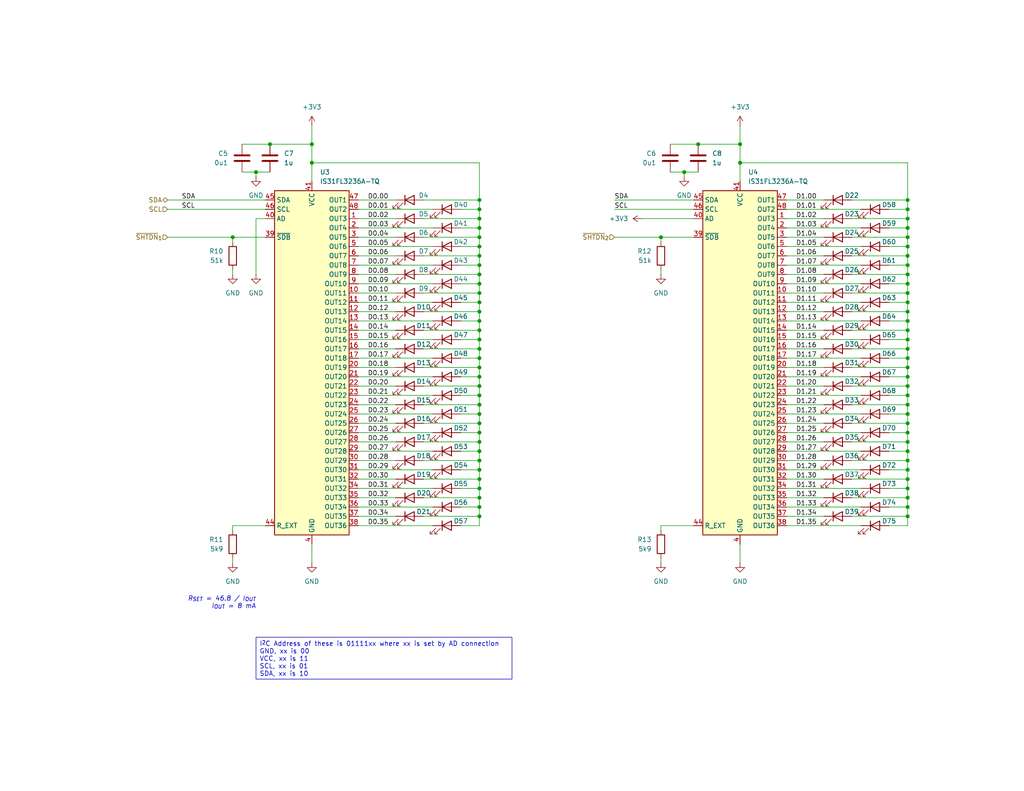
<source format=kicad_sch>
(kicad_sch (version 20231120) (generator "eeschema") (generator_version "8.0")
  (paper "USLetter")
  (title_block (title "White LED Driving") (date "2024-02-19") (rev "0.2") (company "Savo Bajic"))
  (lib_symbols
    (symbol "Device:C" (pin_numbers hide) (pin_names (offset 0.254))
      (property "Reference" "C" (at 0.635 2.54 0))
      (property "Value" "C" (at 0.635 -2.54 0))
      (symbol "C_0_1"
        (polyline (pts (xy -2.032 -0.762) (xy 2.032 -0.762)) (stroke (width 0.508)))
        (polyline (pts (xy -2.032 0.762) (xy 2.032 0.762)) (stroke (width 0.508)))
      )
      (symbol "C_1_1"
        (pin passive line (at 0 3.81 270) (length 2.794) (name "~") (number "1"))
        (pin passive line (at 0 -3.81 90) (length 2.794) (name "~") (number "2"))
      )
    )
    (symbol "Device:LED" (pin_numbers hide) (pin_names (offset 1.016) hide)
      (property "Reference" "D" (at 0 2.54 0))
      (property "Value" "LED" (at 0 -2.54 0))
      (symbol "LED_0_1"
        (polyline (pts (xy -1.27 -1.27) (xy -1.27 1.27)) (stroke (width 0.254)))
        (polyline (pts (xy -1.27 0) (xy 1.27 0)))
        (polyline (pts (xy 1.27 -1.27) (xy 1.27 1.27) (xy -1.27 0) (xy 1.27 -1.27)) (stroke (width 0.254)))
        (polyline (pts (xy -3.048 -0.762) (xy -4.572 -2.286) (xy -3.81 -2.286) (xy -4.572 -2.286) (xy -4.572 -1.524)))
        (polyline (pts (xy -1.778 -0.762) (xy -3.302 -2.286) (xy -2.54 -2.286) (xy -3.302 -2.286) (xy -3.302 -1.524)))
      )
      (symbol "LED_1_1"
        (pin passive line (at -3.81 0 0) (length 2.54) (name "K") (number "1"))
        (pin passive line (at 3.81 0 180) (length 2.54) (name "A") (number "2"))
      )
    )
    (symbol "Device:R" (pin_numbers hide) (pin_names (offset 0))
      (property "Reference" "R" (at 2.032 0 90))
      (property "Value" "R" (at 0 0 90))
      (symbol "R_0_1"
        (rectangle (start -1.016 -2.54) (end 1.016 2.54) (stroke (width 0.254)))
      )
      (symbol "R_1_1"
        (pin passive line (at 0 3.81 270) (length 1.27) (name "~") (number "1"))
        (pin passive line (at 0 -3.81 90) (length 1.27) (name "~") (number "2"))
      )
    )
    (symbol "Driver_LED:IS31FL3236-TQ"
      (property "Reference" "U" (at -8.89 46.99 0))
      (property "Value" "IS31FL3236-TQ" (at 10.16 46.99 0))
      (symbol "IS31FL3236-TQ_0_1"
        (rectangle (start -10.16 45.72) (end 10.16 -48.26) (stroke (width 0.254)) (fill (type background)))
      )
      (symbol "IS31FL3236-TQ_1_1"
        (pin output line (at 12.7 38.1 180) (length 2.54) (name "OUT3") (number "1"))
        (pin output line (at 12.7 17.78 180) (length 2.54) (name "OUT11") (number "10"))
        (pin output line (at 12.7 15.24 180) (length 2.54) (name "OUT12") (number "11"))
        (pin output line (at 12.7 12.7 180) (length 2.54) (name "OUT13") (number "12"))
        (pin output line (at 12.7 10.16 180) (length 2.54) (name "OUT14") (number "13"))
        (pin output line (at 12.7 7.62 180) (length 2.54) (name "OUT15") (number "14"))
        (pin output line (at 12.7 5.08 180) (length 2.54) (name "OUT16") (number "15"))
        (pin output line (at 12.7 2.54 180) (length 2.54) (name "OUT17") (number "16"))
        (pin output line (at 12.7 0 180) (length 2.54) (name "OUT18") (number "17"))
        (pin passive line (at 0 -50.8 90) (length 2.54) hide (name "GND") (number "18"))
        (pin passive line (at 0 -50.8 90) (length 2.54) hide (name "GND") (number "19"))
        (pin output line (at 12.7 35.56 180) (length 2.54) (name "OUT4") (number "2"))
        (pin output line (at 12.7 -2.54 180) (length 2.54) (name "OUT19") (number "20"))
        (pin output line (at 12.7 -5.08 180) (length 2.54) (name "OUT20") (number "21"))
        (pin output line (at 12.7 -7.62 180) (length 2.54) (name "OUT21") (number "22"))
        (pin output line (at 12.7 -10.16 180) (length 2.54) (name "OUT22") (number "23"))
        (pin output line (at 12.7 -12.7 180) (length 2.54) (name "OUT23") (number "24"))
        (pin output line (at 12.7 -15.24 180) (length 2.54) (name "OUT24") (number "25"))
        (pin output line (at 12.7 -17.78 180) (length 2.54) (name "OUT25") (number "26"))
        (pin output line (at 12.7 -20.32 180) (length 2.54) (name "OUT26") (number "27"))
        (pin output line (at 12.7 -22.86 180) (length 2.54) (name "OUT27") (number "28"))
        (pin output line (at 12.7 -25.4 180) (length 2.54) (name "OUT28") (number "29"))
        (pin output line (at 12.7 33.02 180) (length 2.54) (name "OUT5") (number "3"))
        (pin output line (at 12.7 -27.94 180) (length 2.54) (name "OUT29") (number "30"))
        (pin output line (at 12.7 -30.48 180) (length 2.54) (name "OUT30") (number "31"))
        (pin output line (at 12.7 -33.02 180) (length 2.54) (name "OUT31") (number "32"))
        (pin passive line (at 0 -50.8 90) (length 2.54) hide (name "GND") (number "33"))
        (pin output line (at 12.7 -35.56 180) (length 2.54) (name "OUT32") (number "34"))
        (pin output line (at 12.7 -38.1 180) (length 2.54) (name "OUT33") (number "35"))
        (pin output line (at 12.7 -40.64 180) (length 2.54) (name "OUT34") (number "36"))
        (pin output line (at 12.7 -43.18 180) (length 2.54) (name "OUT35") (number "37"))
        (pin output line (at 12.7 -45.72 180) (length 2.54) (name "OUT36") (number "38"))
        (pin input line (at -12.7 33.02 0) (length 2.54) (name "~{SDB}") (number "39"))
        (pin power_in line (at 0 -50.8 90) (length 2.54) (name "GND") (number "4"))
        (pin input line (at -12.7 38.1 0) (length 2.54) (name "AD") (number "40"))
        (pin power_in line (at 0 48.26 270) (length 2.54) (name "VCC") (number "41"))
        (pin passive line (at 0 -50.8 90) (length 2.54) hide (name "GND") (number "42"))
        (pin passive line (at 0 -50.8 90) (length 2.54) hide (name "GND") (number "43"))
        (pin passive line (at -12.7 -45.72 0) (length 2.54) (name "R_EXT") (number "44"))
        (pin open_collector line (at -12.7 43.18 0) (length 2.54) (name "SDA") (number "45"))
        (pin input line (at -12.7 40.64 0) (length 2.54) (name "SCL") (number "46"))
        (pin output line (at 12.7 43.18 180) (length 2.54) (name "OUT1") (number "47"))
        (pin output line (at 12.7 40.64 180) (length 2.54) (name "OUT2") (number "48"))
        (pin passive line (at 0 -50.8 90) (length 2.54) hide (name "GND") (number "49"))
        (pin output line (at 12.7 30.48 180) (length 2.54) (name "OUT6") (number "5"))
        (pin output line (at 12.7 27.94 180) (length 2.54) (name "OUT7") (number "6"))
        (pin output line (at 12.7 25.4 180) (length 2.54) (name "OUT8") (number "7"))
        (pin output line (at 12.7 22.86 180) (length 2.54) (name "OUT9") (number "8"))
        (pin output line (at 12.7 20.32 180) (length 2.54) (name "OUT10") (number "9"))
      )
    )
    (symbol "power:+3V3" (power) (pin_numbers hide) (pin_names (offset 0) hide)
      (property "Value" "+3V3" (at 0 3.556 0))
      (symbol "+3V3_0_1"
        (polyline (pts (xy -0.762 1.27) (xy 0 2.54)))
        (polyline (pts (xy 0 0) (xy 0 2.54)))
        (polyline (pts (xy 0 2.54) (xy 0.762 1.27)))
      )
      (symbol "+3V3_1_1"
        (pin power_in line (at 0 0 90) (length 0) (name "~") (number "1"))
      )
    )
    (symbol "power:GND" (power) (pin_numbers hide) (pin_names (offset 0) hide)
      (property "Value" "GND" (at 0 -3.81 0))
      (symbol "GND_0_1"
        (polyline (pts (xy 0 0) (xy 0 -1.27) (xy 1.27 -1.27) (xy 0 -2.54) (xy -1.27 -1.27) (xy 0 -1.27)))
      )
      (symbol "GND_1_1"
        (pin power_in line (at 0 0 270) (length 0) (name "~") (number "1"))
      )
    )
  )
  (junction (at 130.81 69.85))
  (junction (at 247.65 102.87))
  (junction (at 130.81 133.35))
  (junction (at 130.81 54.61))
  (junction (at 130.81 125.73))
  (junction (at 190.5 39.37))
  (junction (at 247.65 140.97))
  (junction (at 201.93 44.45))
  (junction (at 130.81 97.79))
  (junction (at 247.65 54.61))
  (junction (at 247.65 62.23))
  (junction (at 247.65 100.33))
  (junction (at 69.85 46.99))
  (junction (at 247.65 72.39))
  (junction (at 130.81 120.65))
  (junction (at 247.65 97.79))
  (junction (at 247.65 123.19))
  (junction (at 85.09 44.45))
  (junction (at 247.65 138.43))
  (junction (at 247.65 74.93))
  (junction (at 73.66 39.37))
  (junction (at 130.81 107.95))
  (junction (at 247.65 69.85))
  (junction (at 180.34 64.77))
  (junction (at 130.81 82.55))
  (junction (at 247.65 67.31))
  (junction (at 201.93 39.37))
  (junction (at 85.09 39.37))
  (junction (at 247.65 125.73))
  (junction (at 247.65 95.25))
  (junction (at 130.81 113.03))
  (junction (at 130.81 95.25))
  (junction (at 247.65 128.27))
  (junction (at 247.65 57.15))
  (junction (at 247.65 59.69))
  (junction (at 130.81 110.49))
  (junction (at 130.81 87.63))
  (junction (at 247.65 85.09))
  (junction (at 130.81 92.71))
  (junction (at 130.81 138.43))
  (junction (at 130.81 85.09))
  (junction (at 63.5 64.77))
  (junction (at 247.65 110.49))
  (junction (at 247.65 113.03))
  (junction (at 247.65 80.01))
  (junction (at 130.81 59.69))
  (junction (at 247.65 130.81))
  (junction (at 247.65 115.57))
  (junction (at 130.81 64.77))
  (junction (at 130.81 67.31))
  (junction (at 130.81 102.87))
  (junction (at 130.81 72.39))
  (junction (at 247.65 118.11))
  (junction (at 130.81 100.33))
  (junction (at 130.81 105.41))
  (junction (at 130.81 140.97))
  (junction (at 247.65 105.41))
  (junction (at 130.81 118.11))
  (junction (at 247.65 107.95))
  (junction (at 130.81 130.81))
  (junction (at 130.81 74.93))
  (junction (at 247.65 120.65))
  (junction (at 130.81 80.01))
  (junction (at 130.81 57.15))
  (junction (at 247.65 92.71))
  (junction (at 247.65 87.63))
  (junction (at 186.69 46.99))
  (junction (at 130.81 62.23))
  (junction (at 130.81 77.47))
  (junction (at 247.65 135.89))
  (junction (at 130.81 123.19))
  (junction (at 130.81 135.89))
  (junction (at 130.81 128.27))
  (junction (at 130.81 115.57))
  (junction (at 247.65 82.55))
  (junction (at 247.65 90.17))
  (junction (at 130.81 90.17))
  (junction (at 247.65 64.77))
  (junction (at 247.65 133.35))
  (junction (at 247.65 77.47))
  (wire (pts (xy 130.81 125.73) (xy 130.81 128.27)))
  (wire (pts (xy 130.81 133.35) (xy 130.81 135.89)))
  (wire (pts (xy 247.65 110.49) (xy 247.65 113.03)))
  (wire (pts (xy 247.65 118.11) (xy 247.65 120.65)))
  (wire (pts (xy 125.73 118.11) (xy 130.81 118.11)))
  (wire (pts (xy 247.65 113.03) (xy 247.65 115.57)))
  (wire (pts (xy 125.73 123.19) (xy 130.81 123.19)))
  (wire (pts (xy 247.65 130.81) (xy 232.41 130.81)))
  (wire (pts (xy 125.73 92.71) (xy 130.81 92.71)))
  (wire (pts (xy 125.73 87.63) (xy 130.81 87.63)))
  (wire (pts (xy 130.81 135.89) (xy 130.81 138.43)))
  (wire (pts (xy 214.63 64.77) (xy 224.79 64.77)))
  (wire (pts (xy 97.79 113.03) (xy 118.11 113.03)))
  (wire (pts (xy 130.81 62.23) (xy 130.81 64.77)))
  (wire (pts (xy 130.81 140.97) (xy 130.81 143.51)))
  (wire (pts (xy 214.63 110.49) (xy 224.79 110.49)))
  (wire (pts (xy 97.79 120.65) (xy 107.95 120.65)))
  (wire (pts (xy 130.81 59.69) (xy 130.81 62.23)))
  (wire (pts (xy 130.81 113.03) (xy 130.81 115.57)))
  (wire (pts (xy 214.63 115.57) (xy 224.79 115.57)))
  (wire (pts (xy 247.65 54.61) (xy 232.41 54.61)))
  (wire (pts (xy 247.65 90.17) (xy 247.65 92.71)))
  (wire (pts (xy 130.81 57.15) (xy 130.81 59.69)))
  (wire (pts (xy 130.81 110.49) (xy 115.57 110.49)))
  (wire (pts (xy 125.73 62.23) (xy 130.81 62.23)))
  (wire (pts (xy 242.57 123.19) (xy 247.65 123.19)))
  (wire (pts (xy 247.65 54.61) (xy 247.65 57.15)))
  (wire (pts (xy 242.57 128.27) (xy 247.65 128.27)))
  (wire (pts (xy 214.63 143.51) (xy 234.95 143.51)))
  (wire (pts (xy 214.63 59.69) (xy 224.79 59.69)))
  (wire (pts (xy 125.73 143.51) (xy 130.81 143.51)))
  (wire (pts (xy 242.57 118.11) (xy 247.65 118.11)))
  (wire (pts (xy 97.79 62.23) (xy 118.11 62.23)))
  (wire (pts (xy 130.81 87.63) (xy 130.81 90.17)))
  (wire (pts (xy 247.65 77.47) (xy 247.65 80.01)))
  (wire (pts (xy 130.81 72.39) (xy 130.81 74.93)))
  (wire (pts (xy 247.65 128.27) (xy 247.65 130.81)))
  (wire (pts (xy 247.65 140.97) (xy 232.41 140.97)))
  (wire (pts (xy 45.72 54.61) (xy 72.39 54.61)))
  (wire (pts (xy 242.57 113.03) (xy 247.65 113.03)))
  (wire (pts (xy 247.65 105.41) (xy 247.65 107.95)))
  (wire (pts (xy 214.63 90.17) (xy 224.79 90.17)))
  (wire (pts (xy 130.81 85.09) (xy 115.57 85.09)))
  (wire (pts (xy 247.65 44.45) (xy 201.93 44.45)))
  (wire (pts (xy 247.65 85.09) (xy 232.41 85.09)))
  (wire (pts (xy 130.81 100.33) (xy 130.81 102.87)))
  (wire (pts (xy 66.04 39.37) (xy 73.66 39.37)))
  (wire (pts (xy 180.34 143.51) (xy 189.23 143.51)))
  (wire (pts (xy 97.79 135.89) (xy 107.95 135.89)))
  (wire (pts (xy 73.66 39.37) (xy 85.09 39.37)))
  (wire (pts (xy 45.72 64.77) (xy 63.5 64.77)))
  (wire (pts (xy 186.69 46.99) (xy 186.69 48.26)))
  (wire (pts (xy 214.63 138.43) (xy 234.95 138.43)))
  (wire (pts (xy 247.65 59.69) (xy 232.41 59.69)))
  (wire (pts (xy 125.73 97.79) (xy 130.81 97.79)))
  (wire (pts (xy 247.65 59.69) (xy 247.65 62.23)))
  (wire (pts (xy 97.79 90.17) (xy 107.95 90.17)))
  (wire (pts (xy 182.88 46.99) (xy 186.69 46.99)))
  (wire (pts (xy 85.09 34.29) (xy 85.09 39.37)))
  (wire (pts (xy 130.81 120.65) (xy 115.57 120.65)))
  (wire (pts (xy 247.65 57.15) (xy 247.65 59.69)))
  (wire (pts (xy 247.65 125.73) (xy 247.65 128.27)))
  (wire (pts (xy 97.79 123.19) (xy 118.11 123.19)))
  (wire (pts (xy 97.79 140.97) (xy 107.95 140.97)))
  (wire (pts (xy 125.73 57.15) (xy 130.81 57.15)))
  (wire (pts (xy 247.65 130.81) (xy 247.65 133.35)))
  (wire (pts (xy 130.81 118.11) (xy 130.81 120.65)))
  (wire (pts (xy 130.81 69.85) (xy 130.81 72.39)))
  (wire (pts (xy 214.63 77.47) (xy 234.95 77.47)))
  (wire (pts (xy 167.64 57.15) (xy 189.23 57.15)))
  (wire (pts (xy 214.63 120.65) (xy 224.79 120.65)))
  (wire (pts (xy 247.65 44.45) (xy 247.65 54.61)))
  (wire (pts (xy 130.81 74.93) (xy 115.57 74.93)))
  (wire (pts (xy 97.79 64.77) (xy 107.95 64.77)))
  (wire (pts (xy 214.63 105.41) (xy 224.79 105.41)))
  (wire (pts (xy 214.63 95.25) (xy 224.79 95.25)))
  (wire (pts (xy 247.65 115.57) (xy 247.65 118.11)))
  (wire (pts (xy 180.34 152.4) (xy 180.34 153.67)))
  (wire (pts (xy 214.63 72.39) (xy 234.95 72.39)))
  (wire (pts (xy 130.81 125.73) (xy 115.57 125.73)))
  (wire (pts (xy 242.57 57.15) (xy 247.65 57.15)))
  (wire (pts (xy 85.09 44.45) (xy 85.09 49.53)))
  (wire (pts (xy 180.34 73.66) (xy 180.34 74.93)))
  (wire (pts (xy 130.81 64.77) (xy 115.57 64.77)))
  (wire (pts (xy 242.57 97.79) (xy 247.65 97.79)))
  (wire (pts (xy 97.79 77.47) (xy 118.11 77.47)))
  (wire (pts (xy 130.81 44.45) (xy 130.81 54.61)))
  (wire (pts (xy 130.81 80.01) (xy 115.57 80.01)))
  (wire (pts (xy 214.63 130.81) (xy 224.79 130.81)))
  (wire (pts (xy 201.93 148.59) (xy 201.93 153.67)))
  (wire (pts (xy 247.65 90.17) (xy 232.41 90.17)))
  (wire (pts (xy 247.65 120.65) (xy 232.41 120.65)))
  (wire (pts (xy 130.81 85.09) (xy 130.81 87.63)))
  (wire (pts (xy 85.09 39.37) (xy 85.09 44.45)))
  (wire (pts (xy 214.63 67.31) (xy 234.95 67.31)))
  (wire (pts (xy 130.81 54.61) (xy 130.81 57.15)))
  (wire (pts (xy 214.63 85.09) (xy 224.79 85.09)))
  (wire (pts (xy 97.79 54.61) (xy 107.95 54.61)))
  (wire (pts (xy 214.63 107.95) (xy 234.95 107.95)))
  (wire (pts (xy 242.57 138.43) (xy 247.65 138.43)))
  (wire (pts (xy 97.79 105.41) (xy 107.95 105.41)))
  (wire (pts (xy 125.73 128.27) (xy 130.81 128.27)))
  (wire (pts (xy 247.65 138.43) (xy 247.65 140.97)))
  (wire (pts (xy 214.63 102.87) (xy 234.95 102.87)))
  (wire (pts (xy 201.93 34.29) (xy 201.93 39.37)))
  (wire (pts (xy 247.65 115.57) (xy 232.41 115.57)))
  (wire (pts (xy 242.57 62.23) (xy 247.65 62.23)))
  (wire (pts (xy 247.65 64.77) (xy 232.41 64.77)))
  (wire (pts (xy 247.65 133.35) (xy 247.65 135.89)))
  (wire (pts (xy 97.79 87.63) (xy 118.11 87.63)))
  (wire (pts (xy 180.34 64.77) (xy 189.23 64.77)))
  (wire (pts (xy 214.63 74.93) (xy 224.79 74.93)))
  (wire (pts (xy 130.81 54.61) (xy 115.57 54.61)))
  (wire (pts (xy 97.79 102.87) (xy 118.11 102.87)))
  (wire (pts (xy 97.79 110.49) (xy 107.95 110.49)))
  (wire (pts (xy 97.79 57.15) (xy 118.11 57.15)))
  (wire (pts (xy 214.63 113.03) (xy 234.95 113.03)))
  (wire (pts (xy 97.79 85.09) (xy 107.95 85.09)))
  (wire (pts (xy 247.65 107.95) (xy 247.65 110.49)))
  (wire (pts (xy 214.63 57.15) (xy 234.95 57.15)))
  (wire (pts (xy 242.57 72.39) (xy 247.65 72.39)))
  (wire (pts (xy 72.39 59.69) (xy 69.85 59.69)))
  (wire (pts (xy 247.65 100.33) (xy 232.41 100.33)))
  (wire (pts (xy 130.81 128.27) (xy 130.81 130.81)))
  (wire (pts (xy 247.65 100.33) (xy 247.65 102.87)))
  (wire (pts (xy 214.63 87.63) (xy 234.95 87.63)))
  (wire (pts (xy 130.81 77.47) (xy 130.81 80.01)))
  (wire (pts (xy 214.63 97.79) (xy 234.95 97.79)))
  (wire (pts (xy 130.81 59.69) (xy 115.57 59.69)))
  (wire (pts (xy 130.81 92.71) (xy 130.81 95.25)))
  (wire (pts (xy 214.63 125.73) (xy 224.79 125.73)))
  (wire (pts (xy 97.79 80.01) (xy 107.95 80.01)))
  (wire (pts (xy 242.57 67.31) (xy 247.65 67.31)))
  (wire (pts (xy 130.81 135.89) (xy 115.57 135.89)))
  (wire (pts (xy 66.04 46.99) (xy 69.85 46.99)))
  (wire (pts (xy 242.57 92.71) (xy 247.65 92.71)))
  (wire (pts (xy 97.79 118.11) (xy 118.11 118.11)))
  (wire (pts (xy 130.81 105.41) (xy 130.81 107.95)))
  (wire (pts (xy 45.72 57.15) (xy 72.39 57.15)))
  (wire (pts (xy 247.65 82.55) (xy 247.65 85.09)))
  (wire (pts (xy 214.63 135.89) (xy 224.79 135.89)))
  (wire (pts (xy 242.57 143.51) (xy 247.65 143.51)))
  (wire (pts (xy 130.81 107.95) (xy 130.81 110.49)))
  (wire (pts (xy 247.65 110.49) (xy 232.41 110.49)))
  (wire (pts (xy 63.5 64.77) (xy 63.5 66.04)))
  (wire (pts (xy 242.57 133.35) (xy 247.65 133.35)))
  (wire (pts (xy 97.79 72.39) (xy 118.11 72.39)))
  (wire (pts (xy 130.81 138.43) (xy 130.81 140.97)))
  (wire (pts (xy 125.73 138.43) (xy 130.81 138.43)))
  (wire (pts (xy 130.81 64.77) (xy 130.81 67.31)))
  (wire (pts (xy 242.57 87.63) (xy 247.65 87.63)))
  (wire (pts (xy 242.57 77.47) (xy 247.65 77.47)))
  (wire (pts (xy 247.65 85.09) (xy 247.65 87.63)))
  (wire (pts (xy 214.63 80.01) (xy 224.79 80.01)))
  (wire (pts (xy 247.65 80.01) (xy 247.65 82.55)))
  (wire (pts (xy 69.85 46.99) (xy 73.66 46.99)))
  (wire (pts (xy 130.81 105.41) (xy 115.57 105.41)))
  (wire (pts (xy 130.81 80.01) (xy 130.81 82.55)))
  (wire (pts (xy 125.73 72.39) (xy 130.81 72.39)))
  (wire (pts (xy 247.65 92.71) (xy 247.65 95.25)))
  (wire (pts (xy 186.69 46.99) (xy 190.5 46.99)))
  (wire (pts (xy 130.81 44.45) (xy 85.09 44.45)))
  (wire (pts (xy 247.65 80.01) (xy 232.41 80.01)))
  (wire (pts (xy 125.73 102.87) (xy 130.81 102.87)))
  (wire (pts (xy 214.63 69.85) (xy 224.79 69.85)))
  (wire (pts (xy 214.63 123.19) (xy 234.95 123.19)))
  (wire (pts (xy 167.64 64.77) (xy 180.34 64.77)))
  (wire (pts (xy 247.65 74.93) (xy 247.65 77.47)))
  (wire (pts (xy 97.79 143.51) (xy 118.11 143.51)))
  (wire (pts (xy 97.79 95.25) (xy 107.95 95.25)))
  (wire (pts (xy 247.65 95.25) (xy 247.65 97.79)))
  (wire (pts (xy 97.79 74.93) (xy 107.95 74.93)))
  (wire (pts (xy 130.81 82.55) (xy 130.81 85.09)))
  (wire (pts (xy 130.81 115.57) (xy 115.57 115.57)))
  (wire (pts (xy 180.34 64.77) (xy 180.34 66.04)))
  (wire (pts (xy 182.88 39.37) (xy 190.5 39.37)))
  (wire (pts (xy 247.65 67.31) (xy 247.65 69.85)))
  (wire (pts (xy 63.5 73.66) (xy 63.5 74.93)))
  (wire (pts (xy 97.79 92.71) (xy 118.11 92.71)))
  (wire (pts (xy 130.81 90.17) (xy 115.57 90.17)))
  (wire (pts (xy 214.63 118.11) (xy 234.95 118.11)))
  (wire (pts (xy 97.79 130.81) (xy 107.95 130.81)))
  (wire (pts (xy 247.65 135.89) (xy 232.41 135.89)))
  (wire (pts (xy 69.85 46.99) (xy 69.85 48.26)))
  (wire (pts (xy 125.73 67.31) (xy 130.81 67.31)))
  (wire (pts (xy 125.73 133.35) (xy 130.81 133.35)))
  (wire (pts (xy 130.81 97.79) (xy 130.81 100.33)))
  (wire (pts (xy 130.81 74.93) (xy 130.81 77.47)))
  (wire (pts (xy 130.81 95.25) (xy 130.81 97.79)))
  (wire (pts (xy 247.65 72.39) (xy 247.65 74.93)))
  (wire (pts (xy 247.65 140.97) (xy 247.65 143.51)))
  (wire (pts (xy 130.81 102.87) (xy 130.81 105.41)))
  (wire (pts (xy 130.81 115.57) (xy 130.81 118.11)))
  (wire (pts (xy 97.79 115.57) (xy 107.95 115.57)))
  (wire (pts (xy 214.63 100.33) (xy 224.79 100.33)))
  (wire (pts (xy 97.79 67.31) (xy 118.11 67.31)))
  (wire (pts (xy 180.34 144.78) (xy 180.34 143.51)))
  (wire (pts (xy 97.79 59.69) (xy 107.95 59.69)))
  (wire (pts (xy 247.65 102.87) (xy 247.65 105.41)))
  (wire (pts (xy 97.79 82.55) (xy 118.11 82.55)))
  (wire (pts (xy 85.09 148.59) (xy 85.09 153.67)))
  (wire (pts (xy 214.63 92.71) (xy 234.95 92.71)))
  (wire (pts (xy 97.79 100.33) (xy 107.95 100.33)))
  (wire (pts (xy 167.64 54.61) (xy 189.23 54.61)))
  (wire (pts (xy 247.65 97.79) (xy 247.65 100.33)))
  (wire (pts (xy 242.57 82.55) (xy 247.65 82.55)))
  (wire (pts (xy 130.81 140.97) (xy 115.57 140.97)))
  (wire (pts (xy 247.65 87.63) (xy 247.65 90.17)))
  (wire (pts (xy 247.65 135.89) (xy 247.65 138.43)))
  (wire (pts (xy 247.65 125.73) (xy 232.41 125.73)))
  (wire (pts (xy 130.81 123.19) (xy 130.81 125.73)))
  (wire (pts (xy 247.65 105.41) (xy 232.41 105.41)))
  (wire (pts (xy 214.63 133.35) (xy 234.95 133.35)))
  (wire (pts (xy 201.93 44.45) (xy 201.93 49.53)))
  (wire (pts (xy 242.57 107.95) (xy 247.65 107.95)))
  (wire (pts (xy 130.81 67.31) (xy 130.81 69.85)))
  (wire (pts (xy 130.81 90.17) (xy 130.81 92.71)))
  (wire (pts (xy 130.81 69.85) (xy 115.57 69.85)))
  (wire (pts (xy 214.63 82.55) (xy 234.95 82.55)))
  (wire (pts (xy 97.79 97.79) (xy 118.11 97.79)))
  (wire (pts (xy 97.79 107.95) (xy 118.11 107.95)))
  (wire (pts (xy 247.65 120.65) (xy 247.65 123.19)))
  (wire (pts (xy 97.79 128.27) (xy 118.11 128.27)))
  (wire (pts (xy 97.79 138.43) (xy 118.11 138.43)))
  (wire (pts (xy 63.5 143.51) (xy 72.39 143.51)))
  (wire (pts (xy 125.73 77.47) (xy 130.81 77.47)))
  (wire (pts (xy 214.63 128.27) (xy 234.95 128.27)))
  (wire (pts (xy 247.65 62.23) (xy 247.65 64.77)))
  (wire (pts (xy 130.81 110.49) (xy 130.81 113.03)))
  (wire (pts (xy 63.5 144.78) (xy 63.5 143.51)))
  (wire (pts (xy 97.79 133.35) (xy 118.11 133.35)))
  (wire (pts (xy 247.65 69.85) (xy 247.65 72.39)))
  (wire (pts (xy 201.93 39.37) (xy 201.93 44.45)))
  (wire (pts (xy 190.5 39.37) (xy 201.93 39.37)))
  (wire (pts (xy 247.65 123.19) (xy 247.65 125.73)))
  (wire (pts (xy 247.65 69.85) (xy 232.41 69.85)))
  (wire (pts (xy 242.57 102.87) (xy 247.65 102.87)))
  (wire (pts (xy 189.23 59.69) (xy 175.26 59.69)))
  (wire (pts (xy 130.81 120.65) (xy 130.81 123.19)))
  (wire (pts (xy 214.63 140.97) (xy 224.79 140.97)))
  (wire (pts (xy 130.81 130.81) (xy 115.57 130.81)))
  (wire (pts (xy 63.5 64.77) (xy 72.39 64.77)))
  (wire (pts (xy 247.65 95.25) (xy 232.41 95.25)))
  (wire (pts (xy 125.73 113.03) (xy 130.81 113.03)))
  (wire (pts (xy 125.73 82.55) (xy 130.81 82.55)))
  (wire (pts (xy 125.73 107.95) (xy 130.81 107.95)))
  (wire (pts (xy 214.63 54.61) (xy 224.79 54.61)))
  (wire (pts (xy 130.81 95.25) (xy 115.57 95.25)))
  (wire (pts (xy 247.65 74.93) (xy 232.41 74.93)))
  (wire (pts (xy 130.81 130.81) (xy 130.81 133.35)))
  (wire (pts (xy 214.63 62.23) (xy 234.95 62.23)))
  (wire (pts (xy 130.81 100.33) (xy 115.57 100.33)))
  (wire (pts (xy 69.85 59.69) (xy 69.85 74.93)))
  (wire (pts (xy 97.79 125.73) (xy 107.95 125.73)))
  (wire (pts (xy 247.65 64.77) (xy 247.65 67.31)))
  (wire (pts (xy 97.79 69.85) (xy 107.95 69.85)))
  (wire (pts (xy 63.5 152.4) (xy 63.5 153.67)))
  (text_box "I^{2}C Address of these is 01111xx where xx is set by AD connection\nGND, xx is 00\nVCC, xx is 11\nSCL, xx is 01\nSDA, xx is 10" (at 69.85 173.99 0) (size 69.85 11.43) (effects (font (size 1.27 1.27)) (justify left top)))
  (text "R_{SET} = 46.8 / I_{OUT}\nI_{OUT} = 8 mA" (at 69.85 166.37 0) (effects (font (size 1.27 1.27) (italic yes)) (justify right bottom)))
  (label "D0.33" (at 100.33 138.43 0))
  (label "D0.24" (at 100.33 115.57 0))
  (label "D0.10" (at 100.33 80.01 0))
  (label "D1.00" (at 217.17 54.61 0))
  (label "D0.21" (at 100.33 107.95 0))
  (label "D1.16" (at 217.17 95.25 0))
  (label "D1.07" (at 217.17 72.39 0))
  (label "D1.06" (at 217.17 69.85 0))
  (label "D1.33" (at 217.17 138.43 0))
  (label "D1.20" (at 217.17 105.41 0))
  (label "D1.04" (at 217.17 64.77 0))
  (label "D1.18" (at 217.17 100.33 0))
  (label "D0.11" (at 100.33 82.55 0))
  (label "D0.13" (at 100.33 87.63 0))
  (label "D0.02" (at 100.33 59.69 0))
  (label "SCL" (at 167.64 57.15 0))
  (label "D1.34" (at 217.17 140.97 0))
  (label "D1.15" (at 217.17 92.71 0))
  (label "D1.28" (at 217.17 125.73 0))
  (label "D0.14" (at 100.33 90.17 0))
  (label "D0.20" (at 100.33 105.41 0))
  (label "D1.21" (at 217.17 107.95 0))
  (label "D1.29" (at 217.17 128.27 0))
  (label "D1.09" (at 217.17 77.47 0))
  (label "D0.27" (at 100.33 123.19 0))
  (label "D1.19" (at 217.17 102.87 0))
  (label "D0.07" (at 100.33 72.39 0))
  (label "D0.22" (at 100.33 110.49 0))
  (label "D0.04" (at 100.33 64.77 0))
  (label "D1.25" (at 217.17 118.11 0))
  (label "SDA" (at 49.53 54.61 0))
  (label "D1.22" (at 217.17 110.49 0))
  (label "D1.13" (at 217.17 87.63 0))
  (label "D0.28" (at 100.33 125.73 0))
  (label "D0.30" (at 100.33 130.81 0))
  (label "D1.03" (at 217.17 62.23 0))
  (label "D0.23" (at 100.33 113.03 0))
  (label "D0.09" (at 100.33 77.47 0))
  (label "D0.26" (at 100.33 120.65 0))
  (label "D0.16" (at 100.33 95.25 0))
  (label "D1.14" (at 217.17 90.17 0))
  (label "D1.02" (at 217.17 59.69 0))
  (label "D0.00" (at 100.33 54.61 0))
  (label "D1.10" (at 217.17 80.01 0))
  (label "D0.25" (at 100.33 118.11 0))
  (label "D0.35" (at 100.33 143.51 0))
  (label "D1.30" (at 217.17 130.81 0))
  (label "D0.06" (at 100.33 69.85 0))
  (label "D0.17" (at 100.33 97.79 0))
  (label "D0.01" (at 100.33 57.15 0))
  (label "D1.23" (at 217.17 113.03 0))
  (label "SCL" (at 49.53 57.15 0))
  (label "D0.12" (at 100.33 85.09 0))
  (label "D1.17" (at 217.17 97.79 0))
  (label "D1.11" (at 217.17 82.55 0))
  (label "D0.29" (at 100.33 128.27 0))
  (label "D1.35" (at 217.17 143.51 0))
  (label "D1.01" (at 217.17 57.15 0))
  (label "D1.26" (at 217.17 120.65 0))
  (label "D0.19" (at 100.33 102.87 0))
  (label "D0.15" (at 100.33 92.71 0))
  (label "D1.24" (at 217.17 115.57 0))
  (label "D1.05" (at 217.17 67.31 0))
  (label "D1.32" (at 217.17 135.89 0))
  (label "D0.18" (at 100.33 100.33 0))
  (label "D0.03" (at 100.33 62.23 0))
  (label "D0.32" (at 100.33 135.89 0))
  (label "D0.05" (at 100.33 67.31 0))
  (label "D1.27" (at 217.17 123.19 0))
  (label "D1.08" (at 217.17 74.93 0))
  (label "D1.12" (at 217.17 85.09 0))
  (label "SDA" (at 167.64 54.61 0))
  (label "D0.08" (at 100.33 74.93 0))
  (label "D0.31" (at 100.33 133.35 0))
  (label "D0.34" (at 100.33 140.97 0))
  (label "D1.31" (at 217.17 133.35 0))
  (hierarchical_label "SDA" (shape bidirectional) (at 45.72 54.61 180))
  (hierarchical_label "~{SHTDN}_{1}" (shape input) (at 45.72 64.77 180))
  (hierarchical_label "SCL" (shape input) (at 45.72 57.15 180))
  (hierarchical_label "~{SHTDN}_{2}" (shape input) (at 167.64 64.77 180))
  (symbol (lib_id "power:+3V3") (at 201.93 34.29 0) (unit 1)
    (property "Reference" "#PWR029" (effects (hide yes)))
    (property "Value" "+3V3" (at 201.93 29.21 0))
    (property "Description" "Power symbol creates a global label with name \"+3V3\"" (effects (hide yes)))
  )
  (symbol (lib_id "Device:LED") (at 121.92 102.87 0) (unit 1) (exclude_from_sim yes)
    (property "Reference" "D49" (at 125.73 101.6 0))
    (property "Value" "LED_RA" (effects (hide yes)))
    (property "Footprint" "Diode_SMD:D_1206_3216Metric" (effects (hide yes)))
    (property "Description" "Light emitting diode" (effects (hide yes)))
  )
  (symbol (lib_id "Device:LED") (at 228.6 85.09 0) (unit 1) (exclude_from_sim yes)
    (property "Reference" "D28" (at 232.41 83.82 0))
    (property "Value" "LED" (effects (hide yes)))
    (property "Footprint" "Diode_SMD:D_0805_2012Metric" (effects (hide yes)))
    (property "Description" "Light emitting diode" (effects (hide yes)))
  )
  (symbol (lib_id "Device:LED") (at 111.76 105.41 0) (unit 1) (exclude_from_sim yes)
    (property "Reference" "D14" (at 115.57 104.14 0))
    (property "Value" "LED" (effects (hide yes)))
    (property "Footprint" "Diode_SMD:D_0805_2012Metric" (effects (hide yes)))
    (property "Description" "Light emitting diode" (effects (hide yes)))
  )
  (symbol (lib_id "Device:LED") (at 111.76 54.61 0) (unit 1) (exclude_from_sim yes)
    (property "Reference" "D4" (at 115.57 53.34 0))
    (property "Value" "LED" (effects (hide yes)))
    (property "Footprint" "Diode_SMD:D_0805_2012Metric" (effects (hide yes)))
    (property "Description" "Light emitting diode" (effects (hide yes)))
  )
  (symbol (lib_id "Device:R") (at 63.5 69.85 0) (unit 1)
    (property "Reference" "R10" (at 60.96 68.58 0) (effects (justify right)))
    (property "Value" "51k" (at 60.96 71.12 0) (effects (justify right)))
    (property "Footprint" "Resistor_SMD:R_0603_1608Metric" (effects (hide yes)))
    (property "Description" "Resistor" (effects (hide yes)))
  )
  (symbol (lib_id "Device:LED") (at 121.92 82.55 0) (unit 1) (exclude_from_sim yes)
    (property "Reference" "D45" (at 125.73 81.28 0))
    (property "Value" "LED_RA" (effects (hide yes)))
    (property "Footprint" "Diode_SMD:D_1206_3216Metric" (effects (hide yes)))
    (property "Description" "Light emitting diode" (effects (hide yes)))
  )
  (symbol (lib_id "Device:R") (at 63.5 148.59 0) (mirror y) (unit 1)
    (property "Reference" "R11" (at 60.96 147.32 0) (effects (justify left)))
    (property "Value" "5k9" (at 60.96 149.86 0) (effects (justify left)))
    (property "Footprint" "Resistor_SMD:R_0603_1608Metric" (effects (hide yes)))
    (property "Description" "Resistor" (effects (hide yes)))
  )
  (symbol (lib_id "Device:C") (at 66.04 43.18 0) (mirror y) (unit 1)
    (property "Reference" "C5" (at 62.23 41.91 0) (effects (justify left)))
    (property "Value" "0u1" (at 62.23 44.45 0) (effects (justify left)))
    (property "Footprint" "Capacitor_SMD:C_0603_1608Metric" (effects (hide yes)))
    (property "Description" "Unpolarized capacitor" (effects (hide yes)))
  )
  (symbol (lib_id "Device:LED") (at 121.92 92.71 0) (unit 1) (exclude_from_sim yes)
    (property "Reference" "D47" (at 125.73 91.44 0))
    (property "Value" "LED_RA" (effects (hide yes)))
    (property "Footprint" "Diode_SMD:D_1206_3216Metric" (effects (hide yes)))
    (property "Description" "Light emitting diode" (effects (hide yes)))
  )
  (symbol (lib_id "Device:LED") (at 238.76 77.47 0) (unit 1) (exclude_from_sim yes)
    (property "Reference" "D62" (at 242.57 76.2 0))
    (property "Value" "LED_RA" (effects (hide yes)))
    (property "Footprint" "Diode_SMD:D_1206_3216Metric" (effects (hide yes)))
    (property "Description" "Light emitting diode" (effects (hide yes)))
  )
  (symbol (lib_id "Device:LED") (at 238.76 113.03 0) (unit 1) (exclude_from_sim yes)
    (property "Reference" "D69" (at 242.57 111.76 0))
    (property "Value" "LED_RA" (effects (hide yes)))
    (property "Footprint" "Diode_SMD:D_1206_3216Metric" (effects (hide yes)))
    (property "Description" "Light emitting diode" (effects (hide yes)))
  )
  (symbol (lib_id "Device:LED") (at 238.76 118.11 0) (unit 1) (exclude_from_sim yes)
    (property "Reference" "D70" (at 242.57 116.84 0))
    (property "Value" "LED_RA" (effects (hide yes)))
    (property "Footprint" "Diode_SMD:D_1206_3216Metric" (effects (hide yes)))
    (property "Description" "Light emitting diode" (effects (hide yes)))
  )
  (symbol (lib_id "Device:LED") (at 228.6 140.97 0) (unit 1) (exclude_from_sim yes)
    (property "Reference" "D39" (at 232.41 139.7 0))
    (property "Value" "LED" (effects (hide yes)))
    (property "Footprint" "Diode_SMD:D_0805_2012Metric" (effects (hide yes)))
    (property "Description" "Light emitting diode" (effects (hide yes)))
  )
  (symbol (lib_id "power:GND") (at 63.5 74.93 0) (unit 1)
    (property "Reference" "#PWR020" (effects (hide yes)))
    (property "Value" "GND" (at 63.5 80.01 0))
    (property "Description" "Power symbol creates a global label with name \"GND\" , ground" (effects (hide yes)))
  )
  (symbol (lib_id "Device:LED") (at 228.6 54.61 0) (unit 1) (exclude_from_sim yes)
    (property "Reference" "D22" (at 232.41 53.34 0))
    (property "Value" "LED" (effects (hide yes)))
    (property "Footprint" "Diode_SMD:D_0805_2012Metric" (effects (hide yes)))
    (property "Description" "Light emitting diode" (effects (hide yes)))
  )
  (symbol (lib_id "Device:LED") (at 121.92 57.15 0) (unit 1) (exclude_from_sim yes)
    (property "Reference" "D40" (at 125.73 55.88 0))
    (property "Value" "LED_RA" (effects (hide yes)))
    (property "Footprint" "Diode_SMD:D_1206_3216Metric" (effects (hide yes)))
    (property "Description" "Light emitting diode" (effects (hide yes)))
  )
  (symbol (lib_id "Device:LED") (at 238.76 62.23 0) (unit 1) (exclude_from_sim yes)
    (property "Reference" "D59" (at 242.57 60.96 0))
    (property "Value" "LED_RA" (effects (hide yes)))
    (property "Footprint" "Diode_SMD:D_1206_3216Metric" (effects (hide yes)))
    (property "Description" "Light emitting diode" (effects (hide yes)))
  )
  (symbol (lib_id "Device:LED") (at 238.76 57.15 0) (unit 1) (exclude_from_sim yes)
    (property "Reference" "D58" (at 242.57 55.88 0))
    (property "Value" "LED_RA" (effects (hide yes)))
    (property "Footprint" "Diode_SMD:D_1206_3216Metric" (effects (hide yes)))
    (property "Description" "Light emitting diode" (effects (hide yes)))
  )
  (symbol (lib_id "Device:LED") (at 121.92 133.35 0) (unit 1) (exclude_from_sim yes)
    (property "Reference" "D55" (at 125.73 132.08 0))
    (property "Value" "LED_RA" (effects (hide yes)))
    (property "Footprint" "Diode_SMD:D_1206_3216Metric" (effects (hide yes)))
    (property "Description" "Light emitting diode" (effects (hide yes)))
  )
  (symbol (lib_id "Device:LED") (at 238.76 107.95 0) (unit 1) (exclude_from_sim yes)
    (property "Reference" "D68" (at 242.57 106.68 0))
    (property "Value" "LED_RA" (effects (hide yes)))
    (property "Footprint" "Diode_SMD:D_1206_3216Metric" (effects (hide yes)))
    (property "Description" "Light emitting diode" (effects (hide yes)))
  )
  (symbol (lib_id "Device:LED") (at 238.76 87.63 0) (unit 1) (exclude_from_sim yes)
    (property "Reference" "D64" (at 242.57 86.36 0))
    (property "Value" "LED_RA" (effects (hide yes)))
    (property "Footprint" "Diode_SMD:D_1206_3216Metric" (effects (hide yes)))
    (property "Description" "Light emitting diode" (effects (hide yes)))
  )
  (symbol (lib_id "Device:LED") (at 228.6 64.77 0) (unit 1) (exclude_from_sim yes)
    (property "Reference" "D24" (at 232.41 63.5 0))
    (property "Value" "LED" (effects (hide yes)))
    (property "Footprint" "Diode_SMD:D_0805_2012Metric" (effects (hide yes)))
    (property "Description" "Light emitting diode" (effects (hide yes)))
  )
  (symbol (lib_id "Device:LED") (at 111.76 85.09 0) (unit 1) (exclude_from_sim yes)
    (property "Reference" "D10" (at 115.57 83.82 0))
    (property "Value" "LED" (effects (hide yes)))
    (property "Footprint" "Diode_SMD:D_0805_2012Metric" (effects (hide yes)))
    (property "Description" "Light emitting diode" (effects (hide yes)))
  )
  (symbol (lib_id "Device:LED") (at 111.76 64.77 0) (unit 1) (exclude_from_sim yes)
    (property "Reference" "D6" (at 115.57 63.5 0))
    (property "Value" "LED" (effects (hide yes)))
    (property "Footprint" "Diode_SMD:D_0805_2012Metric" (effects (hide yes)))
    (property "Description" "Light emitting diode" (effects (hide yes)))
  )
  (symbol (lib_id "power:GND") (at 63.5 153.67 0) (unit 1)
    (property "Reference" "#PWR021" (effects (hide yes)))
    (property "Value" "GND" (at 63.5 158.75 0))
    (property "Description" "Power symbol creates a global label with name \"GND\" , ground" (effects (hide yes)))
  )
  (symbol (lib_id "Device:LED") (at 111.76 130.81 0) (unit 1) (exclude_from_sim yes)
    (property "Reference" "D19" (at 115.57 129.54 0))
    (property "Value" "LED" (effects (hide yes)))
    (property "Footprint" "Diode_SMD:D_0805_2012Metric" (effects (hide yes)))
    (property "Description" "Light emitting diode" (effects (hide yes)))
  )
  (symbol (lib_id "Device:LED") (at 238.76 67.31 0) (unit 1) (exclude_from_sim yes)
    (property "Reference" "D60" (at 242.57 66.04 0))
    (property "Value" "LED_RA" (effects (hide yes)))
    (property "Footprint" "Diode_SMD:D_1206_3216Metric" (effects (hide yes)))
    (property "Description" "Light emitting diode" (effects (hide yes)))
  )
  (symbol (lib_id "Device:LED") (at 228.6 110.49 0) (unit 1) (exclude_from_sim yes)
    (property "Reference" "D33" (at 232.41 109.22 0))
    (property "Value" "LED" (effects (hide yes)))
    (property "Footprint" "Diode_SMD:D_0805_2012Metric" (effects (hide yes)))
    (property "Description" "Light emitting diode" (effects (hide yes)))
  )
  (symbol (lib_id "Device:LED") (at 111.76 120.65 0) (unit 1) (exclude_from_sim yes)
    (property "Reference" "D17" (at 115.57 119.38 0))
    (property "Value" "LED" (effects (hide yes)))
    (property "Footprint" "Diode_SMD:D_0805_2012Metric" (effects (hide yes)))
    (property "Description" "Light emitting diode" (effects (hide yes)))
  )
  (symbol (lib_id "Device:R") (at 180.34 69.85 0) (unit 1)
    (property "Reference" "R12" (at 177.8 68.58 0) (effects (justify right)))
    (property "Value" "51k" (at 177.8 71.12 0) (effects (justify right)))
    (property "Footprint" "Resistor_SMD:R_0603_1608Metric" (effects (hide yes)))
    (property "Description" "Resistor" (effects (hide yes)))
  )
  (symbol (lib_id "Device:LED") (at 121.92 62.23 0) (unit 1) (exclude_from_sim yes)
    (property "Reference" "D41" (at 125.73 60.96 0))
    (property "Value" "LED_RA" (effects (hide yes)))
    (property "Footprint" "Diode_SMD:D_1206_3216Metric" (effects (hide yes)))
    (property "Description" "Light emitting diode" (effects (hide yes)))
  )
  (symbol (lib_id "Device:LED") (at 111.76 135.89 0) (unit 1) (exclude_from_sim yes)
    (property "Reference" "D20" (at 115.57 134.62 0))
    (property "Value" "LED" (effects (hide yes)))
    (property "Footprint" "Diode_SMD:D_0805_2012Metric" (effects (hide yes)))
    (property "Description" "Light emitting diode" (effects (hide yes)))
  )
  (symbol (lib_id "Device:LED") (at 228.6 115.57 0) (unit 1) (exclude_from_sim yes)
    (property "Reference" "D34" (at 232.41 114.3 0))
    (property "Value" "LED" (effects (hide yes)))
    (property "Footprint" "Diode_SMD:D_0805_2012Metric" (effects (hide yes)))
    (property "Description" "Light emitting diode" (effects (hide yes)))
  )
  (symbol (lib_id "Device:LED") (at 238.76 92.71 0) (unit 1) (exclude_from_sim yes)
    (property "Reference" "D65" (at 242.57 91.44 0))
    (property "Value" "LED_RA" (effects (hide yes)))
    (property "Footprint" "Diode_SMD:D_1206_3216Metric" (effects (hide yes)))
    (property "Description" "Light emitting diode" (effects (hide yes)))
  )
  (symbol (lib_id "Device:LED") (at 121.92 97.79 0) (unit 1) (exclude_from_sim yes)
    (property "Reference" "D48" (at 125.73 96.52 0))
    (property "Value" "LED_RA" (effects (hide yes)))
    (property "Footprint" "Diode_SMD:D_1206_3216Metric" (effects (hide yes)))
    (property "Description" "Light emitting diode" (effects (hide yes)))
  )
  (symbol (lib_id "Device:LED") (at 228.6 59.69 0) (unit 1) (exclude_from_sim yes)
    (property "Reference" "D23" (at 232.41 58.42 0))
    (property "Value" "LED" (effects (hide yes)))
    (property "Footprint" "Diode_SMD:D_0805_2012Metric" (effects (hide yes)))
    (property "Description" "Light emitting diode" (effects (hide yes)))
  )
  (symbol (lib_id "power:+3V3") (at 175.26 59.69 90) (unit 1)
    (property "Reference" "#PWR019" (effects (hide yes)))
    (property "Value" "+3V3" (at 171.45 59.69 90) (effects (justify left)))
    (property "Description" "Power symbol creates a global label with name \"+3V3\"" (effects (hide yes)))
  )
  (symbol (lib_id "Device:LED") (at 111.76 125.73 0) (unit 1) (exclude_from_sim yes)
    (property "Reference" "D18" (at 115.57 124.46 0))
    (property "Value" "LED" (effects (hide yes)))
    (property "Footprint" "Diode_SMD:D_0805_2012Metric" (effects (hide yes)))
    (property "Description" "Light emitting diode" (effects (hide yes)))
  )
  (symbol (lib_id "Device:LED") (at 111.76 59.69 0) (unit 1) (exclude_from_sim yes)
    (property "Reference" "D5" (at 115.57 58.42 0))
    (property "Value" "LED" (effects (hide yes)))
    (property "Footprint" "Diode_SMD:D_0805_2012Metric" (effects (hide yes)))
    (property "Description" "Light emitting diode" (effects (hide yes)))
  )
  (symbol (lib_id "Driver_LED:IS31FL3236-TQ") (at 85.09 97.79 0) (unit 1) (exclude_from_sim yes)
    (property "Reference" "U3" (at 87.2841 46.99 0) (effects (justify left)))
    (property "Value" "IS31FL3236A-TQ" (at 87.2841 49.53 0) (effects (justify left)))
    (property "Footprint" "Package_QFP:TQFP-48-1EP_7x7mm_P0.5mm_EP4.11x4.11mm" (effects (hide yes)))
    (property "Datasheet" "https://www.lumissil.com/assets/pdf/core/IS31FL3236_DS.pdf" (effects (hide yes)))
    (property "Description" "36 LED matrix driver with 8-bit PWM, eTQFP-48" (effects (hide yes)))
  )
  (symbol (lib_id "power:GND") (at 180.34 74.93 0) (unit 1)
    (property "Reference" "#PWR022" (effects (hide yes)))
    (property "Value" "GND" (at 180.34 80.01 0))
    (property "Description" "Power symbol creates a global label with name \"GND\" , ground" (effects (hide yes)))
  )
  (symbol (lib_id "Device:LED") (at 111.76 69.85 0) (unit 1) (exclude_from_sim yes)
    (property "Reference" "D7" (at 115.57 68.58 0))
    (property "Value" "LED" (effects (hide yes)))
    (property "Footprint" "Diode_SMD:D_0805_2012Metric" (effects (hide yes)))
    (property "Description" "Light emitting diode" (effects (hide yes)))
  )
  (symbol (lib_id "power:GND") (at 180.34 153.67 0) (unit 1)
    (property "Reference" "#PWR023" (effects (hide yes)))
    (property "Value" "GND" (at 180.34 158.75 0))
    (property "Description" "Power symbol creates a global label with name \"GND\" , ground" (effects (hide yes)))
  )
  (symbol (lib_id "Device:LED") (at 228.6 130.81 0) (unit 1) (exclude_from_sim yes)
    (property "Reference" "D37" (at 232.41 129.54 0))
    (property "Value" "LED" (effects (hide yes)))
    (property "Footprint" "Diode_SMD:D_0805_2012Metric" (effects (hide yes)))
    (property "Description" "Light emitting diode" (effects (hide yes)))
  )
  (symbol (lib_id "Device:C") (at 73.66 43.18 0) (unit 1)
    (property "Reference" "C7" (at 77.47 41.91 0) (effects (justify left)))
    (property "Value" "1u" (at 77.47 44.45 0) (effects (justify left)))
    (property "Footprint" "Capacitor_SMD:C_0603_1608Metric" (effects (hide yes)))
    (property "Description" "Unpolarized capacitor" (effects (hide yes)))
  )
  (symbol (lib_id "Device:LED") (at 228.6 80.01 0) (unit 1) (exclude_from_sim yes)
    (property "Reference" "D27" (at 232.41 78.74 0))
    (property "Value" "LED" (effects (hide yes)))
    (property "Footprint" "Diode_SMD:D_0805_2012Metric" (effects (hide yes)))
    (property "Description" "Light emitting diode" (effects (hide yes)))
  )
  (symbol (lib_id "Device:LED") (at 228.6 74.93 0) (unit 1) (exclude_from_sim yes)
    (property "Reference" "D26" (at 232.41 73.66 0))
    (property "Value" "LED" (effects (hide yes)))
    (property "Footprint" "Diode_SMD:D_0805_2012Metric" (effects (hide yes)))
    (property "Description" "Light emitting diode" (effects (hide yes)))
  )
  (symbol (lib_id "Device:LED") (at 111.76 115.57 0) (unit 1) (exclude_from_sim yes)
    (property "Reference" "D16" (at 115.57 114.3 0))
    (property "Value" "LED" (effects (hide yes)))
    (property "Footprint" "Diode_SMD:D_0805_2012Metric" (effects (hide yes)))
    (property "Description" "Light emitting diode" (effects (hide yes)))
  )
  (symbol (lib_id "Device:LED") (at 121.92 143.51 0) (unit 1) (exclude_from_sim yes)
    (property "Reference" "D57" (at 125.73 142.24 0))
    (property "Value" "LED_RA" (effects (hide yes)))
    (property "Footprint" "Diode_SMD:D_1206_3216Metric" (effects (hide yes)))
    (property "Description" "Light emitting diode" (effects (hide yes)))
  )
  (symbol (lib_id "Device:LED") (at 228.6 105.41 0) (unit 1) (exclude_from_sim yes)
    (property "Reference" "D32" (at 232.41 104.14 0))
    (property "Value" "LED" (effects (hide yes)))
    (property "Footprint" "Diode_SMD:D_0805_2012Metric" (effects (hide yes)))
    (property "Description" "Light emitting diode" (effects (hide yes)))
  )
  (symbol (lib_id "Device:LED") (at 238.76 128.27 0) (unit 1) (exclude_from_sim yes)
    (property "Reference" "D72" (at 242.57 127 0))
    (property "Value" "LED_RA" (effects (hide yes)))
    (property "Footprint" "Diode_SMD:D_1206_3216Metric" (effects (hide yes)))
    (property "Description" "Light emitting diode" (effects (hide yes)))
  )
  (symbol (lib_id "Device:LED") (at 228.6 95.25 0) (unit 1) (exclude_from_sim yes)
    (property "Reference" "D30" (at 232.41 93.98 0))
    (property "Value" "LED" (effects (hide yes)))
    (property "Footprint" "Diode_SMD:D_0805_2012Metric" (effects (hide yes)))
    (property "Description" "Light emitting diode" (effects (hide yes)))
  )
  (symbol (lib_id "power:GND") (at 69.85 48.26 0) (unit 1)
    (property "Reference" "#PWR024" (effects (hide yes)))
    (property "Value" "GND" (at 69.85 53.34 0))
    (property "Description" "Power symbol creates a global label with name \"GND\" , ground" (effects (hide yes)))
  )
  (symbol (lib_id "Device:LED") (at 238.76 133.35 0) (unit 1) (exclude_from_sim yes)
    (property "Reference" "D73" (at 242.57 132.08 0))
    (property "Value" "LED_RA" (effects (hide yes)))
    (property "Footprint" "Diode_SMD:D_1206_3216Metric" (effects (hide yes)))
    (property "Description" "Light emitting diode" (effects (hide yes)))
  )
  (symbol (lib_id "Device:LED") (at 121.92 118.11 0) (unit 1) (exclude_from_sim yes)
    (property "Reference" "D52" (at 125.73 116.84 0))
    (property "Value" "LED_RA" (effects (hide yes)))
    (property "Footprint" "Diode_SMD:D_1206_3216Metric" (effects (hide yes)))
    (property "Description" "Light emitting diode" (effects (hide yes)))
  )
  (symbol (lib_id "Device:LED") (at 121.92 138.43 0) (unit 1) (exclude_from_sim yes)
    (property "Reference" "D56" (at 125.73 137.16 0))
    (property "Value" "LED_RA" (effects (hide yes)))
    (property "Footprint" "Diode_SMD:D_1206_3216Metric" (effects (hide yes)))
    (property "Description" "Light emitting diode" (effects (hide yes)))
  )
  (symbol (lib_id "Device:LED") (at 121.92 67.31 0) (unit 1) (exclude_from_sim yes)
    (property "Reference" "D42" (at 125.73 66.04 0))
    (property "Value" "LED_RA" (effects (hide yes)))
    (property "Footprint" "Diode_SMD:D_1206_3216Metric" (effects (hide yes)))
    (property "Description" "Light emitting diode" (effects (hide yes)))
  )
  (symbol (lib_id "Device:C") (at 190.5 43.18 0) (unit 1)
    (property "Reference" "C8" (at 194.31 41.91 0) (effects (justify left)))
    (property "Value" "1u" (at 194.31 44.45 0) (effects (justify left)))
    (property "Footprint" "Capacitor_SMD:C_0603_1608Metric" (effects (hide yes)))
    (property "Description" "Unpolarized capacitor" (effects (hide yes)))
  )
  (symbol (lib_id "Device:LED") (at 121.92 72.39 0) (unit 1) (exclude_from_sim yes)
    (property "Reference" "D43" (at 125.73 71.12 0))
    (property "Value" "LED_RA" (effects (hide yes)))
    (property "Footprint" "Diode_SMD:D_1206_3216Metric" (effects (hide yes)))
    (property "Description" "Light emitting diode" (effects (hide yes)))
  )
  (symbol (lib_id "Device:LED") (at 111.76 110.49 0) (unit 1) (exclude_from_sim yes)
    (property "Reference" "D15" (at 115.57 109.22 0))
    (property "Value" "LED" (effects (hide yes)))
    (property "Footprint" "Diode_SMD:D_0805_2012Metric" (effects (hide yes)))
    (property "Description" "Light emitting diode" (effects (hide yes)))
  )
  (symbol (lib_id "Device:LED") (at 111.76 100.33 0) (unit 1) (exclude_from_sim yes)
    (property "Reference" "D13" (at 115.57 99.06 0))
    (property "Value" "LED" (effects (hide yes)))
    (property "Footprint" "Diode_SMD:D_0805_2012Metric" (effects (hide yes)))
    (property "Description" "Light emitting diode" (effects (hide yes)))
  )
  (symbol (lib_id "power:GND") (at 69.85 74.93 0) (unit 1)
    (property "Reference" "#PWR025" (effects (hide yes)))
    (property "Value" "GND" (at 69.85 80.01 0))
    (property "Description" "Power symbol creates a global label with name \"GND\" , ground" (effects (hide yes)))
  )
  (symbol (lib_id "Device:LED") (at 121.92 77.47 0) (unit 1) (exclude_from_sim yes)
    (property "Reference" "D44" (at 125.73 76.2 0))
    (property "Value" "LED_RA" (effects (hide yes)))
    (property "Footprint" "Diode_SMD:D_1206_3216Metric" (effects (hide yes)))
    (property "Description" "Light emitting diode" (effects (hide yes)))
  )
  (symbol (lib_id "Device:LED") (at 228.6 100.33 0) (unit 1) (exclude_from_sim yes)
    (property "Reference" "D31" (at 232.41 99.06 0))
    (property "Value" "LED" (effects (hide yes)))
    (property "Footprint" "Diode_SMD:D_0805_2012Metric" (effects (hide yes)))
    (property "Description" "Light emitting diode" (effects (hide yes)))
  )
  (symbol (lib_id "Device:R") (at 180.34 148.59 0) (mirror y) (unit 1)
    (property "Reference" "R13" (at 177.8 147.32 0) (effects (justify left)))
    (property "Value" "5k9" (at 177.8 149.86 0) (effects (justify left)))
    (property "Footprint" "Resistor_SMD:R_0603_1608Metric" (effects (hide yes)))
    (property "Description" "Resistor" (effects (hide yes)))
  )
  (symbol (lib_id "Device:LED") (at 228.6 135.89 0) (unit 1) (exclude_from_sim yes)
    (property "Reference" "D38" (at 232.41 134.62 0))
    (property "Value" "LED" (effects (hide yes)))
    (property "Footprint" "Diode_SMD:D_0805_2012Metric" (effects (hide yes)))
    (property "Description" "Light emitting diode" (effects (hide yes)))
  )
  (symbol (lib_id "Device:LED") (at 228.6 125.73 0) (unit 1) (exclude_from_sim yes)
    (property "Reference" "D36" (at 232.41 124.46 0))
    (property "Value" "LED" (effects (hide yes)))
    (property "Footprint" "Diode_SMD:D_0805_2012Metric" (effects (hide yes)))
    (property "Description" "Light emitting diode" (effects (hide yes)))
  )
  (symbol (lib_id "power:+3V3") (at 85.09 34.29 0) (unit 1)
    (property "Reference" "#PWR027" (effects (hide yes)))
    (property "Value" "+3V3" (at 85.09 29.21 0))
    (property "Description" "Power symbol creates a global label with name \"+3V3\"" (effects (hide yes)))
  )
  (symbol (lib_id "Device:LED") (at 228.6 69.85 0) (unit 1) (exclude_from_sim yes)
    (property "Reference" "D25" (at 232.41 68.58 0))
    (property "Value" "LED" (effects (hide yes)))
    (property "Footprint" "Diode_SMD:D_0805_2012Metric" (effects (hide yes)))
    (property "Description" "Light emitting diode" (effects (hide yes)))
  )
  (symbol (lib_id "Device:LED") (at 121.92 128.27 0) (unit 1) (exclude_from_sim yes)
    (property "Reference" "D54" (at 125.73 127 0))
    (property "Value" "LED_RA" (effects (hide yes)))
    (property "Footprint" "Diode_SMD:D_1206_3216Metric" (effects (hide yes)))
    (property "Description" "Light emitting diode" (effects (hide yes)))
  )
  (symbol (lib_id "Device:LED") (at 228.6 90.17 0) (unit 1) (exclude_from_sim yes)
    (property "Reference" "D29" (at 232.41 88.9 0))
    (property "Value" "LED" (effects (hide yes)))
    (property "Footprint" "Diode_SMD:D_0805_2012Metric" (effects (hide yes)))
    (property "Description" "Light emitting diode" (effects (hide yes)))
  )
  (symbol (lib_id "Device:LED") (at 238.76 123.19 0) (unit 1) (exclude_from_sim yes)
    (property "Reference" "D71" (at 242.57 121.92 0))
    (property "Value" "LED_RA" (effects (hide yes)))
    (property "Footprint" "Diode_SMD:D_1206_3216Metric" (effects (hide yes)))
    (property "Description" "Light emitting diode" (effects (hide yes)))
  )
  (symbol (lib_id "power:GND") (at 186.69 48.26 0) (unit 1)
    (property "Reference" "#PWR026" (effects (hide yes)))
    (property "Value" "GND" (at 186.69 53.34 0))
    (property "Description" "Power symbol creates a global label with name \"GND\" , ground" (effects (hide yes)))
  )
  (symbol (lib_id "Device:LED") (at 238.76 72.39 0) (unit 1) (exclude_from_sim yes)
    (property "Reference" "D61" (at 242.57 71.12 0))
    (property "Value" "LED_RA" (effects (hide yes)))
    (property "Footprint" "Diode_SMD:D_1206_3216Metric" (effects (hide yes)))
    (property "Description" "Light emitting diode" (effects (hide yes)))
  )
  (symbol (lib_id "Device:LED") (at 111.76 90.17 0) (unit 1) (exclude_from_sim yes)
    (property "Reference" "D11" (at 115.57 88.9 0))
    (property "Value" "LED" (effects (hide yes)))
    (property "Footprint" "Diode_SMD:D_0805_2012Metric" (effects (hide yes)))
    (property "Description" "Light emitting diode" (effects (hide yes)))
  )
  (symbol (lib_id "Device:LED") (at 121.92 123.19 0) (unit 1) (exclude_from_sim yes)
    (property "Reference" "D53" (at 125.73 121.92 0))
    (property "Value" "LED_RA" (effects (hide yes)))
    (property "Footprint" "Diode_SMD:D_1206_3216Metric" (effects (hide yes)))
    (property "Description" "Light emitting diode" (effects (hide yes)))
  )
  (symbol (lib_id "Device:LED") (at 238.76 138.43 0) (unit 1) (exclude_from_sim yes)
    (property "Reference" "D74" (at 242.57 137.16 0))
    (property "Value" "LED_RA" (effects (hide yes)))
    (property "Footprint" "Diode_SMD:D_1206_3216Metric" (effects (hide yes)))
    (property "Description" "Light emitting diode" (effects (hide yes)))
  )
  (symbol (lib_id "Driver_LED:IS31FL3236-TQ") (at 201.93 97.79 0) (unit 1) (exclude_from_sim yes)
    (property "Reference" "U4" (at 204.1241 46.99 0) (effects (justify left)))
    (property "Value" "IS31FL3236A-TQ" (at 204.1241 49.53 0) (effects (justify left)))
    (property "Footprint" "Package_QFP:TQFP-48-1EP_7x7mm_P0.5mm_EP4.11x4.11mm" (effects (hide yes)))
    (property "Datasheet" "https://www.lumissil.com/assets/pdf/core/IS31FL3236_DS.pdf" (effects (hide yes)))
    (property "Description" "36 LED matrix driver with 8-bit PWM, eTQFP-48" (effects (hide yes)))
  )
  (symbol (lib_id "Device:LED") (at 228.6 120.65 0) (unit 1) (exclude_from_sim yes)
    (property "Reference" "D35" (at 232.41 119.38 0))
    (property "Value" "LED" (effects (hide yes)))
    (property "Footprint" "Diode_SMD:D_0805_2012Metric" (effects (hide yes)))
    (property "Description" "Light emitting diode" (effects (hide yes)))
  )
  (symbol (lib_id "power:GND") (at 201.93 153.67 0) (unit 1)
    (property "Reference" "#PWR030" (effects (hide yes)))
    (property "Value" "GND" (at 201.93 158.75 0))
    (property "Description" "Power symbol creates a global label with name \"GND\" , ground" (effects (hide yes)))
  )
  (symbol (lib_id "Device:LED") (at 238.76 102.87 0) (unit 1) (exclude_from_sim yes)
    (property "Reference" "D67" (at 242.57 101.6 0))
    (property "Value" "LED_RA" (effects (hide yes)))
    (property "Footprint" "Diode_SMD:D_1206_3216Metric" (effects (hide yes)))
    (property "Description" "Light emitting diode" (effects (hide yes)))
  )
  (symbol (lib_id "Device:LED") (at 111.76 80.01 0) (unit 1) (exclude_from_sim yes)
    (property "Reference" "D9" (at 115.57 78.74 0))
    (property "Value" "LED" (effects (hide yes)))
    (property "Footprint" "Diode_SMD:D_0805_2012Metric" (effects (hide yes)))
    (property "Description" "Light emitting diode" (effects (hide yes)))
  )
  (symbol (lib_id "Device:LED") (at 121.92 113.03 0) (unit 1) (exclude_from_sim yes)
    (property "Reference" "D51" (at 125.73 111.76 0))
    (property "Value" "LED_RA" (effects (hide yes)))
    (property "Footprint" "Diode_SMD:D_1206_3216Metric" (effects (hide yes)))
    (property "Description" "Light emitting diode" (effects (hide yes)))
  )
  (symbol (lib_id "Device:LED") (at 111.76 140.97 0) (unit 1) (exclude_from_sim yes)
    (property "Reference" "D21" (at 115.57 139.7 0))
    (property "Value" "LED" (effects (hide yes)))
    (property "Footprint" "Diode_SMD:D_0805_2012Metric" (effects (hide yes)))
    (property "Description" "Light emitting diode" (effects (hide yes)))
  )
  (symbol (lib_id "Device:LED") (at 111.76 74.93 0) (unit 1) (exclude_from_sim yes)
    (property "Reference" "D8" (at 115.57 73.66 0))
    (property "Value" "LED" (effects (hide yes)))
    (property "Footprint" "Diode_SMD:D_0805_2012Metric" (effects (hide yes)))
    (property "Description" "Light emitting diode" (effects (hide yes)))
  )
  (symbol (lib_id "Device:LED") (at 111.76 95.25 0) (unit 1) (exclude_from_sim yes)
    (property "Reference" "D12" (at 115.57 93.98 0))
    (property "Value" "LED" (effects (hide yes)))
    (property "Footprint" "Diode_SMD:D_0805_2012Metric" (effects (hide yes)))
    (property "Description" "Light emitting diode" (effects (hide yes)))
  )
  (symbol (lib_id "power:GND") (at 85.09 153.67 0) (unit 1)
    (property "Reference" "#PWR028" (effects (hide yes)))
    (property "Value" "GND" (at 85.09 158.75 0))
    (property "Description" "Power symbol creates a global label with name \"GND\" , ground" (effects (hide yes)))
  )
  (symbol (lib_id "Device:LED") (at 238.76 82.55 0) (unit 1) (exclude_from_sim yes)
    (property "Reference" "D63" (at 242.57 81.28 0))
    (property "Value" "LED_RA" (effects (hide yes)))
    (property "Footprint" "Diode_SMD:D_1206_3216Metric" (effects (hide yes)))
    (property "Description" "Light emitting diode" (effects (hide yes)))
  )
  (symbol (lib_id "Device:LED") (at 121.92 87.63 0) (unit 1) (exclude_from_sim yes)
    (property "Reference" "D46" (at 125.73 86.36 0))
    (property "Value" "LED_RA" (effects (hide yes)))
    (property "Footprint" "Diode_SMD:D_1206_3216Metric" (effects (hide yes)))
    (property "Description" "Light emitting diode" (effects (hide yes)))
  )
  (symbol (lib_id "Device:LED") (at 238.76 143.51 0) (unit 1) (exclude_from_sim yes)
    (property "Reference" "D75" (at 242.57 142.24 0))
    (property "Value" "LED_RA" (effects (hide yes)))
    (property "Footprint" "Diode_SMD:D_1206_3216Metric" (effects (hide yes)))
    (property "Description" "Light emitting diode" (effects (hide yes)))
  )
  (symbol (lib_id "Device:C") (at 182.88 43.18 0) (mirror y) (unit 1)
    (property "Reference" "C6" (at 179.07 41.91 0) (effects (justify left)))
    (property "Value" "0u1" (at 179.07 44.45 0) (effects (justify left)))
    (property "Footprint" "Capacitor_SMD:C_0603_1608Metric" (effects (hide yes)))
    (property "Description" "Unpolarized capacitor" (effects (hide yes)))
  )
  (symbol (lib_id "Device:LED") (at 121.92 107.95 0) (unit 1) (exclude_from_sim yes)
    (property "Reference" "D50" (at 125.73 106.68 0))
    (property "Value" "LED_RA" (effects (hide yes)))
    (property "Footprint" "Diode_SMD:D_1206_3216Metric" (effects (hide yes)))
    (property "Description" "Light emitting diode" (effects (hide yes)))
  )
  (symbol (lib_id "Device:LED") (at 238.76 97.79 0) (unit 1) (exclude_from_sim yes)
    (property "Reference" "D66" (at 242.57 96.52 0))
    (property "Value" "LED_RA" (effects (hide yes)))
    (property "Footprint" "Diode_SMD:D_1206_3216Metric" (effects (hide yes)))
    (property "Description" "Light emitting diode" (effects (hide yes)))
  )
)
</source>
